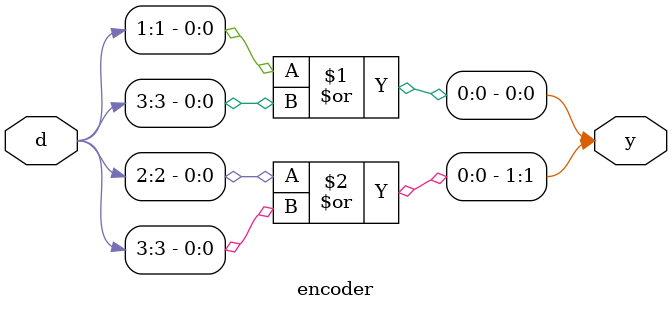
<source format=v>
module encoder(d,y);
input [3:0]d;
output [1:0]y;

assign y[0] = d[1]|d[3];
assign y[1] = d[2]|d[3];
endmodule
</source>
